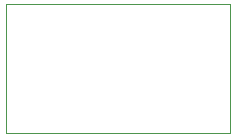
<source format=gbr>
%TF.GenerationSoftware,KiCad,Pcbnew,(5.1.6)-1*%
%TF.CreationDate,2020-10-13T17:37:02+02:00*%
%TF.ProjectId,SolarPanelAdapter,536f6c61-7250-4616-9e65-6c4164617074,rev?*%
%TF.SameCoordinates,Original*%
%TF.FileFunction,Profile,NP*%
%FSLAX46Y46*%
G04 Gerber Fmt 4.6, Leading zero omitted, Abs format (unit mm)*
G04 Created by KiCad (PCBNEW (5.1.6)-1) date 2020-10-13 17:37:02*
%MOMM*%
%LPD*%
G01*
G04 APERTURE LIST*
%TA.AperFunction,Profile*%
%ADD10C,0.050000*%
%TD*%
G04 APERTURE END LIST*
D10*
X133000000Y-99000000D02*
X133000000Y-88000000D01*
X152000000Y-99000000D02*
X133000000Y-99000000D01*
X152000000Y-88000000D02*
X152000000Y-99000000D01*
X133000000Y-88000000D02*
X152000000Y-88000000D01*
M02*

</source>
